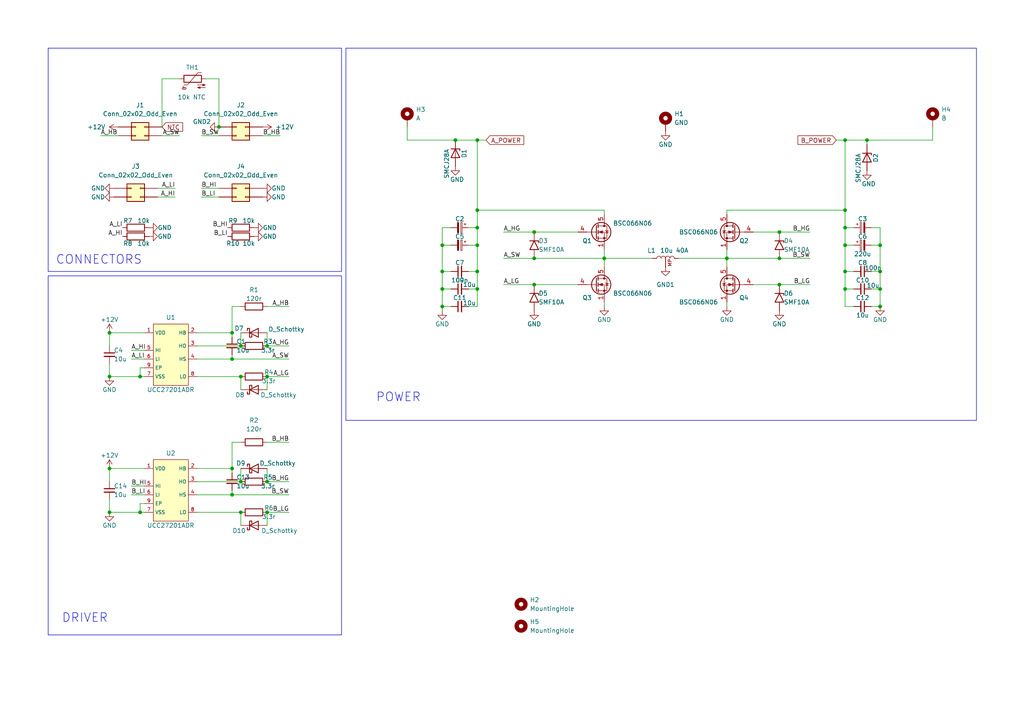
<source format=kicad_sch>
(kicad_sch (version 20231120) (generator "eeschema") (generator_version "8.0")
  (paper "A4")
  (lib_symbols
    (symbol "AEX7 Others:UCC27211"
      (property "Reference" "U" (at 1.27 3.81 0))
      (symbol "UCC27211_1_0"
        (rectangle (start -5.08 1.27) (end 5.08 -16.51) (fill (type background)))
        (pin power_in line (at -7.62 -1.27 0) (length 2.54) (name "VDD") (number "1"))
        (pin bidirectional line (at 7.62 -1.27 180) (length 2.54) (name "HB") (number "2"))
        (pin bidirectional line (at 7.62 -5.08 180) (length 2.54) (name "HO") (number "3"))
        (pin bidirectional line (at 7.62 -8.89 180) (length 2.54) (name "HS") (number "4"))
        (pin input line (at -7.62 -6.35 0) (length 2.54) (name "HI") (number "5"))
        (pin input line (at -7.62 -8.89 0) (length 2.54) (name "LI") (number "6"))
        (pin power_in line (at -7.62 -13.97 0) (length 2.54) (name "VSS") (number "7"))
        (pin bidirectional line (at 7.62 -13.97 180) (length 2.54) (name "LO") (number "8"))
      )
      (symbol "UCC27211_1_1"
        (pin input line (at -7.62 -11.43 0) (length 2.54) (name "EP") (number "9"))
      )
    )
    (symbol "Conn_02x02_Odd_Even_1" (pin_numbers hide) (pin_names (offset 1.016) hide)
      (property "Reference" "J" (at 1.27 2.54 0))
      (property "Value" "Conn_02x02_Odd_Even" (at 1.27 -5.08 0))
      (symbol "Conn_02x02_Odd_Even_1_1_1"
        (rectangle (start -1.27 -2.413) (end 0 -2.667) (stroke (width 0.1524)))
        (rectangle (start -1.27 0.127) (end 0 -0.127) (stroke (width 0.1524)))
        (rectangle (start -1.27 1.27) (end 3.81 -3.81) (stroke (width 0.254)) (fill (type background)))
        (rectangle (start 3.81 -2.413) (end 2.54 -2.667) (stroke (width 0.1524)))
        (rectangle (start 3.81 0.127) (end 2.54 -0.127) (stroke (width 0.1524)))
        (pin passive line (at -5.08 0 0) (length 3.81) (name "Pin_1") (number "1"))
        (pin passive line (at 7.62 0 180) (length 3.81) (name "Pin_2") (number "2"))
        (pin passive line (at -5.08 -2.54 0) (length 3.81) (name "Pin_3") (number "3"))
        (pin passive line (at 7.62 -2.54 180) (length 3.81) (name "Pin_4") (number "4"))
      )
    )
    (symbol "Device:C_Polarized_Small" (pin_numbers hide) (pin_names (offset 0.254) hide)
      (property "Reference" "C" (at 0.254 1.778 0))
      (property "Value" "C_Polarized_Small" (at 0.254 -2.032 0))
      (symbol "C_Polarized_Small_0_1"
        (rectangle (start -1.524 -0.3048) (end 1.524 -0.6858) (fill (type outline)))
        (rectangle (start -1.524 0.6858) (end 1.524 0.3048))
        (polyline (pts (xy -1.27 1.524) (xy -0.762 1.524)))
        (polyline (pts (xy -1.016 1.27) (xy -1.016 1.778)))
      )
      (symbol "C_Polarized_Small_1_1"
        (pin passive line (at 0 2.54 270) (length 1.8542) (name "~") (number "1"))
        (pin passive line (at 0 -2.54 90) (length 1.8542) (name "~") (number "2"))
      )
    )
    (symbol "Device:C_Small" (pin_numbers hide) (pin_names (offset 0.254) hide)
      (property "Reference" "C" (at 0.254 1.778 0))
      (property "Value" "C_Small" (at 0.254 -2.032 0))
      (symbol "C_Small_0_1"
        (polyline (pts (xy -1.524 -0.508) (xy 1.524 -0.508)) (stroke (width 0.3302)))
        (polyline (pts (xy -1.524 0.508) (xy 1.524 0.508)) (stroke (width 0.3048)))
      )
      (symbol "C_Small_1_1"
        (pin passive line (at 0 2.54 270) (length 2.032) (name "~") (number "1"))
        (pin passive line (at 0 -2.54 90) (length 2.032) (name "~") (number "2"))
      )
    )
    (symbol "Device:D_Schottky" (pin_numbers hide) (pin_names (offset 1.016) hide)
      (property "Reference" "D" (at 0 2.54 0))
      (property "Value" "D_Schottky" (at 0 -2.54 0))
      (symbol "D_Schottky_0_1"
        (polyline (pts (xy 1.27 0) (xy -1.27 0)))
        (polyline (pts (xy 1.27 1.27) (xy 1.27 -1.27) (xy -1.27 0) (xy 1.27 1.27)) (stroke (width 0.254)))
        (polyline (pts (xy -1.905 0.635) (xy -1.905 1.27) (xy -1.27 1.27) (xy -1.27 -1.27) (xy -0.635 -1.27) (xy -0.635 -0.635)) (stroke (width 0.254)))
      )
      (symbol "D_Schottky_1_1"
        (pin passive line (at -3.81 0 0) (length 2.54) (name "K") (number "1"))
        (pin passive line (at 3.81 0 180) (length 2.54) (name "A") (number "2"))
      )
    )
    (symbol "Device:D_Zener" (pin_numbers hide) (pin_names (offset 1.016) hide)
      (property "Reference" "D" (at 0 2.54 0))
      (property "Value" "D_Zener" (at 0 -2.54 0))
      (symbol "D_Zener_0_1"
        (polyline (pts (xy 1.27 0) (xy -1.27 0)))
        (polyline (pts (xy -1.27 -1.27) (xy -1.27 1.27) (xy -0.762 1.27)) (stroke (width 0.254)))
        (polyline (pts (xy 1.27 -1.27) (xy 1.27 1.27) (xy -1.27 0) (xy 1.27 -1.27)) (stroke (width 0.254)))
      )
      (symbol "D_Zener_1_1"
        (pin passive line (at -3.81 0 0) (length 2.54) (name "K") (number "1"))
        (pin passive line (at 3.81 0 180) (length 2.54) (name "A") (number "2"))
      )
    )
    (symbol "Device:L" (pin_numbers hide) (pin_names (offset 1.016) hide)
      (property "Reference" "L1" (at 2.54 2.54 90))
      (property "Value" "10u" (at 2.54 -2.54 90))
      (symbol "L_0_1"
        (arc (start 0 -2.54) (mid 0.6323 -1.905) (end 0 -1.27))
        (arc (start 0 -1.27) (mid 0.6323 -0.635) (end 0 0))
        (arc (start 0 0) (mid 0.6323 0.635) (end 0 1.27))
        (arc (start 0 1.27) (mid 0.6323 1.905) (end 0 2.54))
      )
      (symbol "L_1_1"
        (text "MP" (at -1.27 -1.27 0) (effects (font (size 1 1))))
        (pin passive line (at 0 3.81 270) (length 1.27) (name "1") (number "1"))
        (pin passive line (at 0 -3.81 90) (length 1.27) (name "2") (number "2"))
        (pin input line (at -2.54 0 0) (length 2.54) (name "MP") (number "3"))
      )
    )
    (symbol "Device:R" (pin_numbers hide) (pin_names (offset 0))
      (property "Reference" "R" (at 2.032 0 90))
      (property "Value" "R" (at 0 0 90))
      (symbol "R_0_1"
        (rectangle (start -1.016 -2.54) (end 1.016 2.54) (stroke (width 0.254)))
      )
      (symbol "R_1_1"
        (pin passive line (at 0 3.81 270) (length 1.27) (name "~") (number "1"))
        (pin passive line (at 0 -3.81 90) (length 1.27) (name "~") (number "2"))
      )
    )
    (symbol "Device:Thermistor_NTC" (pin_numbers hide) (pin_names (offset 0))
      (property "Reference" "TH" (at -4.445 0 90))
      (property "Value" "Thermistor_NTC" (at 3.175 0 90))
      (symbol "Thermistor_NTC_0_1"
        (arc (start -3.048 2.159) (mid -3.0495 2.3143) (end -3.175 2.413))
        (arc (start -3.048 2.159) (mid -2.9736 1.9794) (end -2.794 1.905))
        (arc (start -3.048 2.794) (mid -2.9736 2.6144) (end -2.794 2.54))
        (arc (start -2.794 1.905) (mid -2.6144 1.9794) (end -2.54 2.159))
        (arc (start -2.794 2.54) (mid -2.4393 2.5587) (end -2.159 2.794))
        (arc (start -2.794 3.048) (mid -2.9736 2.9736) (end -3.048 2.794))
        (arc (start -2.54 2.794) (mid -2.6144 2.9736) (end -2.794 3.048))
        (rectangle (start -1.016 2.54) (end 1.016 -2.54) (stroke (width 0.254)))
        (polyline (pts (xy -2.54 2.159) (xy -2.54 2.794)))
        (polyline (pts (xy -1.778 2.54) (xy -1.778 1.524) (xy 1.778 -1.524) (xy 1.778 -2.54)))
        (polyline (pts (xy -2.54 -3.683) (xy -2.54 -1.397) (xy -2.794 -2.159) (xy -2.286 -2.159) (xy -2.54 -1.397) (xy -2.54 -1.651)) (fill (type outline)))
        (polyline (pts (xy -1.778 -1.397) (xy -1.778 -3.683) (xy -2.032 -2.921) (xy -1.524 -2.921) (xy -1.778 -3.683) (xy -1.778 -3.429)) (fill (type outline)))
      )
      (symbol "Thermistor_NTC_1_1"
        (pin passive line (at 0 3.81 270) (length 1.27) (name "~") (number "1"))
        (pin passive line (at 0 -3.81 90) (length 1.27) (name "~") (number "2"))
      )
    )
    (symbol "Diode:SMF12A" (pin_numbers hide) (pin_names (offset 1.016) hide)
      (property "Reference" "D" (at 0 2.54 0))
      (property "Value" "SMF12A" (at 0 -2.54 0))
      (symbol "SMF12A_0_1"
        (polyline (pts (xy -0.762 1.27) (xy -1.27 1.27) (xy -1.27 -1.27)) (stroke (width 0.254)))
        (polyline (pts (xy 1.27 1.27) (xy 1.27 -1.27) (xy -1.27 0) (xy 1.27 1.27)) (stroke (width 0.254)))
      )
      (symbol "SMF12A_1_1"
        (pin passive line (at -3.81 0 0) (length 2.54) (name "A1") (number "1"))
        (pin passive line (at 3.81 0 180) (length 2.54) (name "A2") (number "2"))
      )
    )
    (symbol "Mechanical:MountingHole" (pin_names (offset 1.016)) (exclude_from_sim yes) (in_bom no)
      (property "Reference" "H" (at 0 5.08 0))
      (property "Value" "MountingHole" (at 0 3.175 0))
      (symbol "MountingHole_0_1"
        (circle (center 0 0) (radius 1.27) (stroke (width 1.27)))
      )
    )
    (symbol "Mechanical:MountingHole_Pad" (pin_numbers hide) (pin_names (offset 1.016) hide)
      (property "Reference" "H" (at 0 6.35 0))
      (property "Value" "MountingHole_Pad" (at 0 4.445 0))
      (symbol "MountingHole_Pad_0_1"
        (circle (center 0 1.27) (radius 1.27) (stroke (width 1.27)))
      )
      (symbol "MountingHole_Pad_1_1"
        (pin input line (at 0 -2.54 90) (length 2.54) (name "1") (number "1"))
      )
    )
    (symbol "Transistor_FET:BSC070N10NS3G" (pin_names hide)
      (property "Reference" "Q" (at 5.08 1.905 0))
      (property "Value" "BSC070N10NS3G" (at 5.08 0 0))
      (symbol "BSC070N10NS3G_0_1"
        (polyline (pts (xy 0.254 0) (xy -2.54 0)))
        (polyline (pts (xy 0.254 1.905) (xy 0.254 -1.905)) (stroke (width 0.254)))
        (polyline (pts (xy 0.762 -1.27) (xy 0.762 -2.286)) (stroke (width 0.254)))
        (polyline (pts (xy 0.762 0.508) (xy 0.762 -0.508)) (stroke (width 0.254)))
        (polyline (pts (xy 0.762 2.286) (xy 0.762 1.27)) (stroke (width 0.254)))
        (polyline (pts (xy 2.54 2.54) (xy 2.54 1.778)))
        (polyline (pts (xy 2.54 -2.54) (xy 2.54 0) (xy 0.762 0)))
        (polyline (pts (xy 0.762 -1.778) (xy 3.302 -1.778) (xy 3.302 1.778) (xy 0.762 1.778)))
        (polyline (pts (xy 1.016 0) (xy 2.032 0.381) (xy 2.032 -0.381) (xy 1.016 0)) (fill (type outline)))
        (polyline (pts (xy 2.794 0.508) (xy 2.921 0.381) (xy 3.683 0.381) (xy 3.81 0.254)))
        (polyline (pts (xy 3.302 0.381) (xy 2.921 -0.254) (xy 3.683 -0.254) (xy 3.302 0.381)))
        (circle (center 1.651 0) (radius 2.794) (stroke (width 0.254)))
        (circle (center 2.54 -1.778) (radius 0.254) (fill (type outline)))
        (circle (center 2.54 1.778) (radius 0.254) (fill (type outline)))
      )
      (symbol "BSC070N10NS3G_1_1"
        (pin passive line (at 2.54 -5.08 90) (length 2.54) (name "S") (number "1"))
        (pin passive line (at 2.54 -5.08 90) (length 2.54) hide (name "S") (number "2"))
        (pin passive line (at 2.54 -5.08 90) (length 2.54) hide (name "S") (number "3"))
        (pin passive line (at -5.08 0 0) (length 2.54) (name "G") (number "4"))
        (pin passive line (at 2.54 5.08 270) (length 2.54) (name "D") (number "5"))
      )
    )
    (symbol "UCC27211_1"
      (property "Reference" "U" (at 1.27 3.81 0))
      (symbol "UCC27211_1_1_0"
        (rectangle (start -5.08 1.27) (end 5.08 -16.51) (fill (type background)))
        (pin power_in line (at -7.62 -1.27 0) (length 2.54) (name "VDD") (number "1"))
        (pin bidirectional line (at 7.62 -1.27 180) (length 2.54) (name "HB") (number "2"))
        (pin bidirectional line (at 7.62 -5.08 180) (length 2.54) (name "HO") (number "3"))
        (pin bidirectional line (at 7.62 -8.89 180) (length 2.54) (name "HS") (number "4"))
        (pin input line (at -7.62 -6.35 0) (length 2.54) (name "HI") (number "5"))
        (pin input line (at -7.62 -8.89 0) (length 2.54) (name "LI") (number "6"))
        (pin power_in line (at -7.62 -13.97 0) (length 2.54) (name "VSS") (number "7"))
        (pin bidirectional line (at 7.62 -13.97 180) (length 2.54) (name "LO") (number "8"))
      )
      (symbol "UCC27211_1_1_1"
        (pin input line (at -7.62 -11.43 0) (length 2.54) (name "EP") (number "9"))
      )
    )
    (symbol "power:+12V" (power) (pin_names (offset 0))
      (property "Value" "+12V" (at 0 3.556 0))
      (symbol "+12V_0_1"
        (polyline (pts (xy -0.762 1.27) (xy 0 2.54)))
        (polyline (pts (xy 0 0) (xy 0 2.54)))
        (polyline (pts (xy 0 2.54) (xy 0.762 1.27)))
      )
      (symbol "+12V_1_1"
        (pin power_in line (at 0 0 90) (length 0) hide (name "+12V") (number "1"))
      )
    )
    (symbol "power:GND" (power) (pin_names (offset 0))
      (property "Value" "GND" (at 0 -3.81 0))
      (symbol "GND_0_1"
        (polyline (pts (xy 0 0) (xy 0 -1.27) (xy 1.27 -1.27) (xy 0 -2.54) (xy -1.27 -1.27) (xy 0 -1.27)))
      )
      (symbol "GND_1_1"
        (pin power_in line (at 0 0 270) (length 0) hide (name "GND") (number "1"))
      )
    )
    (symbol "power:GND1" (power) (pin_numbers hide) (pin_names (offset 0) hide)
      (property "Value" "GND1" (at 0 -3.81 0))
      (symbol "GND1_0_1"
        (polyline (pts (xy 0 0) (xy 0 -1.27) (xy 1.27 -1.27) (xy 0 -2.54) (xy -1.27 -1.27) (xy 0 -1.27)))
      )
      (symbol "GND1_1_1"
        (pin power_in line (at 0 0 270) (length 0) (name "~") (number "1"))
      )
    )
  )
  (junction (at 226.06 82.55))
  (junction (at 128.27 83.82))
  (junction (at 255.27 83.82))
  (junction (at 69.85 139.7))
  (junction (at 245.11 83.82))
  (junction (at 154.94 67.31))
  (junction (at 138.43 40.64))
  (junction (at 138.43 66.04))
  (junction (at 210.82 74.93))
  (junction (at 69.85 100.33))
  (junction (at 154.94 74.93))
  (junction (at 77.47 148.59))
  (junction (at 255.27 71.12))
  (junction (at 67.31 96.52))
  (junction (at 245.11 78.74))
  (junction (at 175.26 74.93))
  (junction (at 67.31 104.14))
  (junction (at 128.27 71.12))
  (junction (at 128.27 78.74))
  (junction (at 31.75 148.59))
  (junction (at 138.43 60.96))
  (junction (at 138.43 71.12))
  (junction (at 69.85 148.59))
  (junction (at 245.11 66.04))
  (junction (at 245.11 60.96))
  (junction (at 40.64 109.22))
  (junction (at 67.31 143.51))
  (junction (at 77.47 100.33))
  (junction (at 128.27 88.9))
  (junction (at 31.75 109.22))
  (junction (at 245.11 40.64))
  (junction (at 132.08 40.64))
  (junction (at 69.85 109.22))
  (junction (at 154.94 82.55))
  (junction (at 251.46 40.64))
  (junction (at 138.43 83.82))
  (junction (at 245.11 71.12))
  (junction (at 67.31 135.89))
  (junction (at 138.43 78.74))
  (junction (at 77.47 139.7))
  (junction (at 77.47 109.22))
  (junction (at 63.5 36.83))
  (junction (at 226.06 74.93))
  (junction (at 31.75 135.89))
  (junction (at 255.27 78.74))
  (junction (at 226.06 67.31))
  (junction (at 40.64 148.59))
  (junction (at 255.27 88.9))
  (junction (at 31.75 96.52))
  (wire (pts (xy 77.47 88.9) (xy 83.82 88.9)))
  (wire (pts (xy 38.1 143.51) (xy 41.91 143.51)))
  (wire (pts (xy 138.43 71.12) (xy 138.43 78.74)))
  (wire (pts (xy 38.1 140.97) (xy 41.91 140.97)))
  (wire (pts (xy 67.31 143.51) (xy 67.31 142.24)))
  (wire (pts (xy 118.11 40.64) (xy 132.08 40.64)))
  (wire (pts (xy 77.47 148.59) (xy 77.47 152.4)))
  (wire (pts (xy 57.15 135.89) (xy 67.31 135.89)))
  (wire (pts (xy 67.31 96.52) (xy 67.31 97.79)))
  (wire (pts (xy 77.47 100.33) (xy 83.82 100.33)))
  (wire (pts (xy 146.05 67.31) (xy 154.94 67.31)))
  (wire (pts (xy 175.26 88.9) (xy 175.26 87.63)))
  (wire (pts (xy 67.31 88.9) (xy 69.85 88.9)))
  (wire (pts (xy 69.85 135.89) (xy 69.85 139.7)))
  (wire (pts (xy 41.91 109.22) (xy 40.64 109.22)))
  (wire (pts (xy 210.82 72.39) (xy 210.82 74.93)))
  (wire (pts (xy 29.21 39.37) (xy 34.29 39.37)))
  (wire (pts (xy 67.31 88.9) (xy 67.31 96.52)))
  (wire (pts (xy 128.27 88.9) (xy 130.81 88.9)))
  (wire (pts (xy 255.27 71.12) (xy 255.27 78.74)))
  (wire (pts (xy 67.31 104.14) (xy 83.82 104.14)))
  (wire (pts (xy 77.47 139.7) (xy 83.82 139.7)))
  (wire (pts (xy 245.11 88.9) (xy 247.65 88.9)))
  (wire (pts (xy 210.82 60.96) (xy 210.82 62.23)))
  (wire (pts (xy 67.31 104.14) (xy 67.31 102.87)))
  (wire (pts (xy 67.31 143.51) (xy 83.82 143.51)))
  (wire (pts (xy 38.1 101.6) (xy 41.91 101.6)))
  (wire (pts (xy 57.15 109.22) (xy 69.85 109.22)))
  (wire (pts (xy 57.15 139.7) (xy 69.85 139.7)))
  (wire (pts (xy 154.94 67.31) (xy 167.64 67.31)))
  (wire (pts (xy 118.11 36.83) (xy 118.11 40.64)))
  (wire (pts (xy 31.75 135.89) (xy 41.91 135.89)))
  (wire (pts (xy 245.11 71.12) (xy 245.11 78.74)))
  (wire (pts (xy 251.46 41.91) (xy 251.46 40.64)))
  (wire (pts (xy 270.51 36.83) (xy 270.51 40.64)))
  (wire (pts (xy 138.43 40.64) (xy 138.43 60.96)))
  (wire (pts (xy 67.31 128.27) (xy 67.31 135.89)))
  (wire (pts (xy 67.31 135.89) (xy 67.31 137.16)))
  (wire (pts (xy 245.11 83.82) (xy 245.11 88.9)))
  (wire (pts (xy 154.94 82.55) (xy 167.64 82.55)))
  (wire (pts (xy 245.11 40.64) (xy 251.46 40.64)))
  (wire (pts (xy 59.69 22.86) (xy 63.5 22.86)))
  (wire (pts (xy 138.43 66.04) (xy 135.89 66.04)))
  (wire (pts (xy 245.11 83.82) (xy 245.11 78.74)))
  (wire (pts (xy 175.26 72.39) (xy 175.26 74.93)))
  (wire (pts (xy 77.47 109.22) (xy 83.82 109.22)))
  (wire (pts (xy 245.11 40.64) (xy 245.11 60.96)))
  (wire (pts (xy 67.31 128.27) (xy 69.85 128.27)))
  (wire (pts (xy 40.64 109.22) (xy 31.75 109.22)))
  (wire (pts (xy 128.27 78.74) (xy 128.27 83.82)))
  (wire (pts (xy 77.47 96.52) (xy 77.47 100.33)))
  (wire (pts (xy 52.07 39.37) (xy 46.99 39.37)))
  (wire (pts (xy 175.26 60.96) (xy 175.26 62.23)))
  (wire (pts (xy 31.75 96.52) (xy 41.91 96.52)))
  (wire (pts (xy 210.82 74.93) (xy 226.06 74.93)))
  (wire (pts (xy 255.27 83.82) (xy 255.27 88.9)))
  (wire (pts (xy 255.27 78.74) (xy 252.73 78.74)))
  (wire (pts (xy 255.27 83.82) (xy 252.73 83.82)))
  (wire (pts (xy 40.64 106.68) (xy 40.64 109.22)))
  (wire (pts (xy 138.43 83.82) (xy 135.89 83.82)))
  (wire (pts (xy 31.75 96.52) (xy 31.75 100.33)))
  (wire (pts (xy 58.42 54.61) (xy 63.5 54.61)))
  (wire (pts (xy 226.06 67.31) (xy 234.95 67.31)))
  (wire (pts (xy 138.43 83.82) (xy 138.43 88.9)))
  (wire (pts (xy 128.27 78.74) (xy 130.81 78.74)))
  (wire (pts (xy 46.99 22.86) (xy 52.07 22.86)))
  (wire (pts (xy 245.11 71.12) (xy 247.65 71.12)))
  (wire (pts (xy 31.75 148.59) (xy 31.75 144.78)))
  (wire (pts (xy 138.43 60.96) (xy 175.26 60.96)))
  (wire (pts (xy 31.75 109.22) (xy 31.75 105.41)))
  (wire (pts (xy 41.91 148.59) (xy 40.64 148.59)))
  (wire (pts (xy 242.57 40.64) (xy 245.11 40.64)))
  (wire (pts (xy 41.91 106.68) (xy 40.64 106.68)))
  (wire (pts (xy 245.11 60.96) (xy 245.11 66.04)))
  (wire (pts (xy 128.27 90.17) (xy 128.27 88.9)))
  (wire (pts (xy 128.27 83.82) (xy 130.81 83.82)))
  (wire (pts (xy 128.27 71.12) (xy 128.27 66.04)))
  (wire (pts (xy 81.28 39.37) (xy 76.2 39.37)))
  (wire (pts (xy 226.06 74.93) (xy 234.95 74.93)))
  (wire (pts (xy 31.75 135.89) (xy 31.75 139.7)))
  (wire (pts (xy 154.94 74.93) (xy 175.26 74.93)))
  (wire (pts (xy 69.85 109.22) (xy 69.85 113.03)))
  (wire (pts (xy 146.05 82.55) (xy 154.94 82.55)))
  (wire (pts (xy 245.11 78.74) (xy 247.65 78.74)))
  (wire (pts (xy 138.43 71.12) (xy 138.43 66.04)))
  (wire (pts (xy 58.42 39.37) (xy 63.5 39.37)))
  (wire (pts (xy 218.44 82.55) (xy 226.06 82.55)))
  (wire (pts (xy 210.82 74.93) (xy 210.82 77.47)))
  (wire (pts (xy 128.27 71.12) (xy 130.81 71.12)))
  (wire (pts (xy 77.47 135.89) (xy 77.47 139.7)))
  (wire (pts (xy 40.64 146.05) (xy 40.64 148.59)))
  (wire (pts (xy 218.44 67.31) (xy 226.06 67.31)))
  (wire (pts (xy 50.8 57.15) (xy 45.72 57.15)))
  (wire (pts (xy 77.47 128.27) (xy 83.82 128.27)))
  (wire (pts (xy 138.43 78.74) (xy 135.89 78.74)))
  (wire (pts (xy 57.15 100.33) (xy 69.85 100.33)))
  (wire (pts (xy 245.11 71.12) (xy 245.11 66.04)))
  (wire (pts (xy 57.15 148.59) (xy 69.85 148.59)))
  (wire (pts (xy 138.43 40.64) (xy 140.97 40.64)))
  (wire (pts (xy 63.5 22.86) (xy 63.5 36.83)))
  (wire (pts (xy 57.15 96.52) (xy 67.31 96.52)))
  (wire (pts (xy 175.26 74.93) (xy 175.26 77.47)))
  (wire (pts (xy 210.82 60.96) (xy 245.11 60.96)))
  (wire (pts (xy 255.27 66.04) (xy 252.73 66.04)))
  (wire (pts (xy 175.26 74.93) (xy 189.23 74.93)))
  (wire (pts (xy 46.99 22.86) (xy 46.99 36.83)))
  (wire (pts (xy 196.85 74.93) (xy 210.82 74.93)))
  (wire (pts (xy 138.43 66.04) (xy 138.43 60.96)))
  (wire (pts (xy 245.11 66.04) (xy 247.65 66.04)))
  (wire (pts (xy 226.06 82.55) (xy 234.95 82.55)))
  (wire (pts (xy 57.15 143.51) (xy 67.31 143.51)))
  (wire (pts (xy 57.15 104.14) (xy 67.31 104.14)))
  (wire (pts (xy 128.27 71.12) (xy 128.27 78.74)))
  (wire (pts (xy 41.91 146.05) (xy 40.64 146.05)))
  (wire (pts (xy 138.43 78.74) (xy 138.43 83.82)))
  (wire (pts (xy 45.72 54.61) (xy 50.8 54.61)))
  (wire (pts (xy 128.27 83.82) (xy 128.27 88.9)))
  (wire (pts (xy 255.27 78.74) (xy 255.27 83.82)))
  (wire (pts (xy 138.43 88.9) (xy 135.89 88.9)))
  (wire (pts (xy 77.47 148.59) (xy 83.82 148.59)))
  (wire (pts (xy 251.46 40.64) (xy 270.51 40.64)))
  (wire (pts (xy 138.43 71.12) (xy 135.89 71.12)))
  (wire (pts (xy 69.85 96.52) (xy 69.85 100.33)))
  (wire (pts (xy 58.42 57.15) (xy 63.5 57.15)))
  (wire (pts (xy 252.73 88.9) (xy 255.27 88.9)))
  (wire (pts (xy 132.08 40.64) (xy 138.43 40.64)))
  (wire (pts (xy 77.47 113.03) (xy 77.47 109.22)))
  (wire (pts (xy 69.85 152.4) (xy 69.85 148.59)))
  (wire (pts (xy 245.11 83.82) (xy 247.65 83.82)))
  (wire (pts (xy 210.82 88.9) (xy 210.82 87.63)))
  (wire (pts (xy 255.27 71.12) (xy 255.27 66.04)))
  (wire (pts (xy 38.1 104.14) (xy 41.91 104.14)))
  (wire (pts (xy 128.27 66.04) (xy 130.81 66.04)))
  (wire (pts (xy 146.05 74.93) (xy 154.94 74.93)))
  (wire (pts (xy 40.64 148.59) (xy 31.75 148.59)))
  (wire (pts (xy 255.27 71.12) (xy 252.73 71.12)))
  (rectangle (start 100.33 13.97) (end 283.21 121.92))
  (rectangle (start 13.97 80.01) (end 99.06 184.15))
  (rectangle (start 13.97 13.97) (end 99.06 78.74))
  (text "POWER" (at 115.57 115.316 0) (effects (font (size 2.54 2.54))))
  (text "DRIVER" (at 24.638 179.324 0) (effects (font (size 2.54 2.54))))
  (text "CONNECTORS" (at 28.702 75.438 0) (effects (font (size 2.54 2.54))))
  (label "A_HI" (at 38.1 101.6 0))
  (label "B_HI" (at 58.42 54.61 0))
  (label "A_HG" (at 83.82 100.33 180))
  (label "A_SW" (at 52.07 39.37 180))
  (label "A_LG" (at 146.05 82.55 0))
  (label "A_HI" (at 35.56 68.58 180))
  (label "B_HI" (at 66.04 66.04 180))
  (label "B_HB" (at 81.28 39.37 180))
  (label "B_SW" (at 234.95 74.93 180))
  (label "B_HG" (at 83.82 139.7 180))
  (label "B_HG" (at 234.95 67.31 180))
  (label "A_LG" (at 83.82 109.22 180))
  (label "B_LI" (at 66.04 68.58 180))
  (label "A_LI" (at 35.56 66.04 180))
  (label "B_LG" (at 234.95 82.55 180))
  (label "A_HB" (at 83.82 88.9 180))
  (label "A_LI" (at 38.1 104.14 0))
  (label "A_SW" (at 83.82 104.14 180))
  (label "B_LI" (at 38.1 143.51 0))
  (label "A_LI" (at 50.8 54.61 180))
  (label "B_LI" (at 58.42 57.15 0))
  (label "A_HG" (at 146.05 67.31 0))
  (label "B_SW" (at 83.82 143.51 180))
  (label "A_HI" (at 50.8 57.15 180))
  (label "A_HB" (at 29.21 39.37 0))
  (label "B_SW" (at 58.42 39.37 0))
  (label "B_HI" (at 38.1 140.97 0))
  (label "B_HB" (at 83.82 128.27 180))
  (label "A_SW" (at 146.05 74.93 0))
  (label "B_LG" (at 83.82 148.59 180))
  (global_label "NTC" (shape input) (at 46.99 36.83 0) (property "Intersheetrefs" "${INTERSHEET_REFS}" (effects (hide yes))))
  (global_label "B_POWER" (shape input) (at 242.57 40.64 180) (property "Intersheetrefs" "${INTERSHEET_REFS}" (effects (hide yes))))
  (global_label "A_POWER" (shape input) (at 140.97 40.64 0) (property "Intersheetrefs" "${INTERSHEET_REFS}" (effects (hide yes))))
  (symbol (lib_id "power:GND") (at 226.06 90.17 0) (unit 1)
    (property "Reference" "#PWR019" (effects (hide yes)))
    (property "Value" "GND" (at 226.06 93.98 0))
  )
  (symbol (lib_id "power:GND") (at 128.27 90.17 0) (unit 1)
    (property "Reference" "#PWR017" (effects (hide yes)))
    (property "Value" "GND" (at 128.27 93.98 0))
  )
  (symbol (lib_id "Device:R") (at 73.66 88.9 90) (unit 1)
    (property "Reference" "R1" (at 73.66 84.074 90))
    (property "Value" "120r" (at 73.66 86.614 90))
    (property "Footprint" "Resistor_SMD:R_1206_3216Metric" (effects (hide yes)))
    (property "Description" "Resistor" (effects (hide yes)))
  )
  (symbol (lib_name "Conn_02x02_Odd_Even_1") (lib_id "Connector_Generic:Conn_02x02_Odd_Even") (at 68.58 36.83 0) (unit 1)
    (property "Reference" "J2" (at 69.85 30.48 0))
    (property "Value" "Conn_02x02_Odd_Even" (at 69.85 33.02 0))
    (property "Footprint" "Connector_PinHeader_2.54mm:PinHeader_2x02_P2.54mm_Vertical_SMD" (effects (hide yes)))
  )
  (symbol (lib_id "power:GND") (at 193.04 38.1 0) (unit 1)
    (property "Reference" "#PWR03" (effects (hide yes)))
    (property "Value" "GND" (at 193.04 41.91 0))
  )
  (symbol (lib_id "power:GND") (at 43.18 68.58 90) (unit 1)
    (property "Reference" "#PWR025" (effects (hide yes)))
    (property "Value" "GND" (at 45.72 68.58 90) (effects (justify right)))
  )
  (symbol (lib_id "Device:D_Zener") (at 132.08 44.45 270) (unit 1)
    (property "Reference" "D1" (at 134.62 43.18 0) (effects (justify left)))
    (property "Value" "SMCJ28A" (at 129.54 43.18 0) (effects (justify left)))
    (property "Footprint" "Diode_SMD:D_SMC" (effects (hide yes)))
    (property "Description" "Zener diode" (effects (hide yes)))
  )
  (symbol (lib_id "Device:R") (at 69.85 66.04 90) (unit 1)
    (property "Reference" "R9" (at 67.564 64.008 90))
    (property "Value" "10k" (at 72.136 64.008 90))
    (property "Footprint" "Resistor_SMD:R_0603_1608Metric" (effects (hide yes)))
    (property "Description" "Resistor" (effects (hide yes)))
  )
  (symbol (lib_id "power:GND") (at 154.94 90.17 0) (unit 1)
    (property "Reference" "#PWR018" (effects (hide yes)))
    (property "Value" "GND" (at 154.94 93.98 0))
  )
  (symbol (lib_id "power:GND") (at 251.46 49.53 0) (unit 1)
    (property "Reference" "#PWR08" (effects (hide yes)))
    (property "Value" "GND" (at 254 53.34 0) (effects (justify right)))
  )
  (symbol (lib_id "Mechanical:MountingHole") (at 151.13 175.26 0) (unit 1) (exclude_from_sim yes) (in_bom no)
    (property "Reference" "H2" (at 153.67 173.9899 0) (effects (justify left)))
    (property "Value" "MountingHole" (at 153.67 176.5299 0) (effects (justify left)))
    (property "Footprint" "MountingHole:MountingHole_3.2mm_M3" (effects (hide yes)))
    (property "Description" "Mounting Hole without connection" (effects (hide yes)))
  )
  (symbol (lib_id "Device:R") (at 73.66 148.59 90) (unit 1)
    (property "Reference" "R6" (at 77.978 147.32 90))
    (property "Value" "3.3r" (at 77.978 149.86 90))
    (property "Footprint" "Resistor_SMD:R_0603_1608Metric" (effects (hide yes)))
    (property "Description" "Resistor" (effects (hide yes)))
  )
  (symbol (lib_id "power:+12V") (at 34.29 36.83 90) (unit 1)
    (property "Reference" "#PWR01" (effects (hide yes)))
    (property "Value" "+12V" (at 27.94 36.83 90))
  )
  (symbol (lib_id "Diode:SMF12A") (at 154.94 86.36 270) (unit 1)
    (property "Reference" "D5" (at 156.21 85.09 90) (effects (justify left)))
    (property "Value" "SMF10A" (at 156.21 87.63 90) (effects (justify left)))
    (property "Footprint" "Diode_SMD:D_SOD-123F" (effects (hide yes)))
    (property "Datasheet" "https://www.vishay.com/doc?85881" (effects (hide yes)))
  )
  (symbol (lib_name "Conn_02x02_Odd_Even_1") (lib_id "Connector_Generic:Conn_02x02_Odd_Even") (at 38.1 54.61 0) (unit 1)
    (property "Reference" "J3" (at 39.37 48.26 0))
    (property "Value" "Conn_02x02_Odd_Even" (at 39.37 50.8 0))
    (property "Footprint" "Connector_PinHeader_2.54mm:PinHeader_2x02_P2.54mm_Vertical_SMD" (effects (hide yes)))
  )
  (symbol (lib_id "Device:C_Small") (at 31.75 142.24 0) (unit 1)
    (property "Reference" "C14" (at 33.02 140.97 0) (effects (justify left)))
    (property "Value" "10u" (at 33.02 143.51 0) (effects (justify left)))
    (property "Footprint" "Capacitor_SMD:C_1206_3216Metric" (effects (hide yes)))
  )
  (symbol (lib_id "Device:C_Polarized_Small") (at 133.35 66.04 270) (unit 1)
    (property "Reference" "C2" (at 133.35 63.5 90))
    (property "Value" "220u" (effects (hide yes)))
    (property "Footprint" "Capacitor_SMD:CP_Elec_8x10" (effects (hide yes)))
  )
  (symbol (lib_id "Device:R") (at 73.66 100.33 90) (unit 1)
    (property "Reference" "R3" (at 77.724 99.06 90))
    (property "Value" "3.3r" (at 77.724 101.6 90))
    (property "Footprint" "Resistor_SMD:R_0603_1608Metric" (effects (hide yes)))
    (property "Description" "Resistor" (effects (hide yes)))
  )
  (symbol (lib_id "Transistor_FET:BSC070N10NS3G") (at 213.36 67.31 0) (mirror y) (unit 1)
    (property "Reference" "Q2" (at 217.17 69.85 0) (effects (justify left)))
    (property "Value" "BSC066N06" (at 208.28 67.31 0) (effects (justify left)))
    (property "Footprint" "0_RM2024_HandSolder:TDSON-8-1_HandSolder" (effects (hide yes)))
    (property "Datasheet" "http://www.infineon.com/dgdl/Infineon-BSC070N10NS3-DS-v02_01-en.pdf?fileId=db3a304327b89750012824712c6c6f2f" (effects (hide yes)))
  )
  (symbol (lib_name "Conn_02x02_Odd_Even_1") (lib_id "Connector_Generic:Conn_02x02_Odd_Even") (at 68.58 54.61 0) (unit 1)
    (property "Reference" "J4" (at 69.85 48.26 0))
    (property "Value" "Conn_02x02_Odd_Even" (at 69.85 50.8 0))
    (property "Footprint" "Connector_PinHeader_2.54mm:PinHeader_2x02_P2.54mm_Vertical_SMD" (effects (hide yes)))
  )
  (symbol (lib_id "Device:C_Small") (at 67.31 100.33 0) (unit 1)
    (property "Reference" "C1" (at 68.58 99.06 0) (effects (justify left)))
    (property "Value" "10u" (at 68.58 101.6 0) (effects (justify left)))
    (property "Footprint" "Capacitor_SMD:C_0603_1608Metric" (effects (hide yes)))
  )
  (symbol (lib_id "Device:C_Small") (at 133.35 78.74 90) (unit 1)
    (property "Reference" "C7" (at 133.35 76.2 90))
    (property "Value" "100n" (at 133.35 81.28 90))
    (property "Footprint" "Capacitor_SMD:C_0603_1608Metric" (effects (hide yes)))
  )
  (symbol (lib_id "Device:L") (at 193.04 74.93 90) (unit 1)
    (property "Reference" "L1" (at 188.976 72.644 90))
    (property "Value" "10u 40A" (at 195.58 72.644 90))
    (property "Footprint" "0_RM2024:PQ2617BHA" (effects (hide yes)))
  )
  (symbol (lib_id "Device:C_Small") (at 250.19 88.9 270) (mirror x) (unit 1)
    (property "Reference" "C12" (at 250.19 86.36 90))
    (property "Value" "10u" (at 250.19 91.44 90))
    (property "Footprint" "Capacitor_SMD:C_1206_3216Metric" (effects (hide yes)))
  )
  (symbol (lib_id "power:+12V") (at 76.2 36.83 270) (mirror x) (unit 1)
    (property "Reference" "#PWR05" (effects (hide yes)))
    (property "Value" "+12V" (at 82.55 36.83 90))
  )
  (symbol (lib_id "Device:C_Small") (at 31.75 102.87 0) (unit 1)
    (property "Reference" "C4" (at 33.02 101.6 0) (effects (justify left)))
    (property "Value" "10u" (at 33.02 104.14 0) (effects (justify left)))
    (property "Footprint" "Capacitor_SMD:C_1206_3216Metric" (effects (hide yes)))
  )
  (symbol (lib_id "Device:D_Schottky") (at 73.66 96.52 0) (unit 1) (in_bom no) (on_board no)
    (property "Reference" "D7" (at 69.342 95.25 0))
    (property "Value" "D_Schottky" (at 83.058 95.504 0))
    (property "Footprint" "Diode_SMD:D_SOD-123F" (effects (hide yes)))
    (property "Description" "Schottky diode" (effects (hide yes)))
  )
  (symbol (lib_id "Diode:SMF12A") (at 154.94 71.12 270) (unit 1)
    (property "Reference" "D3" (at 156.21 69.85 90) (effects (justify left)))
    (property "Value" "SMF10A" (at 156.21 72.39 90) (effects (justify left)))
    (property "Footprint" "Diode_SMD:D_SOD-123F" (effects (hide yes)))
    (property "Datasheet" "https://www.vishay.com/doc?85881" (effects (hide yes)))
  )
  (symbol (lib_id "Diode:SMF12A") (at 226.06 71.12 270) (unit 1)
    (property "Reference" "D4" (at 227.33 69.85 90) (effects (justify left)))
    (property "Value" "SMF10A" (at 227.33 72.39 90) (effects (justify left)))
    (property "Footprint" "Diode_SMD:D_SOD-123F" (effects (hide yes)))
    (property "Datasheet" "https://www.vishay.com/doc?85881" (effects (hide yes)))
  )
  (symbol (lib_id "power:+12V") (at 31.75 96.52 0) (unit 1)
    (property "Reference" "#PWR09" (effects (hide yes)))
    (property "Value" "+12V" (at 31.75 92.71 0))
  )
  (symbol (lib_id "power:GND") (at 210.82 88.9 0) (unit 1)
    (property "Reference" "#PWR015" (effects (hide yes)))
    (property "Value" "GND" (at 210.82 92.71 0))
  )
  (symbol (lib_id "Device:C_Small") (at 133.35 88.9 90) (unit 1)
    (property "Reference" "C11" (at 133.35 86.36 90))
    (property "Value" "10u" (at 136.144 87.884 90))
    (property "Footprint" "Capacitor_SMD:C_1206_3216Metric" (effects (hide yes)))
  )
  (symbol (lib_id "Device:C_Small") (at 67.31 139.7 0) (unit 1)
    (property "Reference" "C13" (at 68.58 138.43 0) (effects (justify left)))
    (property "Value" "10u" (at 68.58 140.97 0) (effects (justify left)))
    (property "Footprint" "Capacitor_SMD:C_0603_1608Metric" (effects (hide yes)))
  )
  (symbol (lib_id "Device:C_Small") (at 250.19 78.74 270) (mirror x) (unit 1)
    (property "Reference" "C8" (at 250.19 76.2 90))
    (property "Value" "100n" (at 253.238 77.724 90))
    (property "Footprint" "Capacitor_SMD:C_0603_1608Metric" (effects (hide yes)))
  )
  (symbol (lib_id "Transistor_FET:BSC070N10NS3G") (at 172.72 82.55 0) (unit 1)
    (property "Reference" "Q3" (at 168.91 86.36 0) (effects (justify left)))
    (property "Value" "BSC066N06" (at 177.8 85.09 0) (effects (justify left)))
    (property "Footprint" "0_RM2024_HandSolder:TDSON-8-1_HandSolder" (effects (hide yes)))
    (property "Datasheet" "http://www.infineon.com/dgdl/Infineon-BSC070N10NS3-DS-v02_01-en.pdf?fileId=db3a304327b89750012824712c6c6f2f" (effects (hide yes)))
  )
  (symbol (lib_id "power:+12V") (at 31.75 135.89 0) (unit 1)
    (property "Reference" "#PWR013" (effects (hide yes)))
    (property "Value" "+12V" (at 31.75 132.08 0))
  )
  (symbol (lib_id "power:GND") (at 33.02 57.15 270) (unit 1)
    (property "Reference" "#PWR021" (effects (hide yes)))
    (property "Value" "GND" (at 30.48 57.15 90) (effects (justify right)))
  )
  (symbol (lib_id "Device:C_Small") (at 133.35 83.82 90) (unit 1)
    (property "Reference" "C9" (at 133.35 81.28 90))
    (property "Value" "10u" (at 136.144 82.55 90))
    (property "Footprint" "Capacitor_SMD:C_1206_3216Metric" (effects (hide yes)))
  )
  (symbol (lib_id "Mechanical:MountingHole_Pad") (at 193.04 35.56 0) (unit 1)
    (property "Reference" "H1" (at 195.58 33.02 0) (effects (justify left)))
    (property "Value" "GND" (at 195.58 35.56 0) (effects (justify left)))
    (property "Footprint" "TestPoint:TestPoint_Pad_D4.0mm" (effects (hide yes)))
  )
  (symbol (lib_id "Device:R") (at 73.66 128.27 90) (unit 1)
    (property "Reference" "R2" (at 73.66 121.92 90))
    (property "Value" "120r" (at 73.66 124.46 90))
    (property "Footprint" "Resistor_SMD:R_1206_3216Metric" (effects (hide yes)))
    (property "Description" "Resistor" (effects (hide yes)))
  )
  (symbol (lib_id "Device:Thermistor_NTC") (at 55.88 22.86 90) (unit 1)
    (property "Reference" "TH1" (at 57.658 19.558 90) (effects (justify left)))
    (property "Value" "10k NTC" (at 59.69 28.194 90) (effects (justify left)))
    (property "Footprint" "Resistor_SMD:R_1206_3216Metric" (effects (hide yes)))
  )
  (symbol (lib_id "Device:C_Polarized_Small") (at 250.19 66.04 90) (mirror x) (unit 1)
    (property "Reference" "C3" (at 250.19 63.5 90))
    (property "Value" "220u" (effects (hide yes)))
    (property "Footprint" "Capacitor_SMD:CP_Elec_8x10" (effects (hide yes)))
  )
  (symbol (lib_id "power:GND1") (at 63.5 36.83 270) (unit 1)
    (property "Reference" "#PWR06" (effects (hide yes)))
    (property "Value" "GND2" (at 61.214 35.306 90) (effects (justify right)))
    (property "Description" "Power symbol creates a global label with name \"GND1\" , ground" (effects (hide yes)))
  )
  (symbol (lib_id "power:GND") (at 73.66 68.58 90) (unit 1)
    (property "Reference" "#PWR027" (effects (hide yes)))
    (property "Value" "GND" (at 76.2 68.58 90) (effects (justify right)))
  )
  (symbol (lib_id "Device:R") (at 73.66 139.7 90) (unit 1)
    (property "Reference" "R5" (at 77.724 138.43 90))
    (property "Value" "3.3r" (at 77.724 140.97 90))
    (property "Footprint" "Resistor_SMD:R_0603_1608Metric" (effects (hide yes)))
    (property "Description" "Resistor" (effects (hide yes)))
  )
  (symbol (lib_id "Mechanical:MountingHole_Pad") (at 118.11 34.29 0) (unit 1)
    (property "Reference" "H3" (at 120.65 31.75 0) (effects (justify left)))
    (property "Value" "A" (at 120.65 34.29 0) (effects (justify left)))
    (property "Footprint" "TestPoint:TestPoint_Pad_D4.0mm" (effects (hide yes)))
  )
  (symbol (lib_id "power:GND") (at 132.08 48.26 0) (unit 1)
    (property "Reference" "#PWR07" (effects (hide yes)))
    (property "Value" "GND" (at 134.62 52.07 0) (effects (justify right)))
  )
  (symbol (lib_id "Device:C_Small") (at 250.19 83.82 270) (mirror x) (unit 1)
    (property "Reference" "C10" (at 250.19 81.28 90))
    (property "Value" "10u" (at 253.238 82.804 90))
    (property "Footprint" "Capacitor_SMD:C_1206_3216Metric" (effects (hide yes)))
  )
  (symbol (lib_id "Device:R") (at 69.85 68.58 90) (mirror x) (unit 1)
    (property "Reference" "R10" (at 67.564 70.612 90))
    (property "Value" "10k" (at 72.136 70.612 90))
    (property "Footprint" "Resistor_SMD:R_0603_1608Metric" (effects (hide yes)))
    (property "Description" "Resistor" (effects (hide yes)))
  )
  (symbol (lib_id "power:GND") (at 76.2 57.15 90) (mirror x) (unit 1)
    (property "Reference" "#PWR022" (effects (hide yes)))
    (property "Value" "GND" (at 78.74 57.15 90) (effects (justify right)))
  )
  (symbol (lib_id "Diode:SMF12A") (at 226.06 86.36 270) (unit 1)
    (property "Reference" "D6" (at 227.33 85.09 90) (effects (justify left)))
    (property "Value" "SMF10A" (at 227.33 87.63 90) (effects (justify left)))
    (property "Footprint" "Diode_SMD:D_SOD-123F" (effects (hide yes)))
    (property "Datasheet" "https://www.vishay.com/doc?85881" (effects (hide yes)))
  )
  (symbol (lib_name "UCC27211_1") (lib_id "AEX7 Others:UCC27211") (at 49.53 134.62 0) (unit 1)
    (property "Reference" "U2" (at 49.53 131.445 0))
    (property "Value" "UCC27201ADR" (at 49.53 152.4 0))
    (property "Footprint" "Package_SO:SOP-8_3.9x4.9mm_P1.27mm" (effects (hide yes)))
  )
  (symbol (lib_name "Conn_02x02_Odd_Even_1") (lib_id "Connector_Generic:Conn_02x02_Odd_Even") (at 39.37 36.83 0) (unit 1)
    (property "Reference" "J1" (at 40.64 30.48 0))
    (property "Value" "Conn_02x02_Odd_Even" (at 40.64 33.02 0))
    (property "Footprint" "Connector_PinHeader_2.54mm:PinHeader_2x02_P2.54mm_Vertical_SMD" (effects (hide yes)))
  )
  (symbol (lib_id "power:GND") (at 175.26 88.9 0) (unit 1)
    (property "Reference" "#PWR014" (effects (hide yes)))
    (property "Value" "GND" (at 175.26 92.71 0))
  )
  (symbol (lib_id "Device:C_Polarized_Small") (at 250.19 71.12 90) (mirror x) (unit 1)
    (property "Reference" "C6" (at 250.19 68.58 90))
    (property "Value" "220u" (at 250.19 73.66 90))
    (property "Footprint" "Capacitor_SMD:CP_Elec_8x10" (effects (hide yes)))
  )
  (symbol (lib_id "Mechanical:MountingHole") (at 151.13 181.61 0) (unit 1) (exclude_from_sim yes) (in_bom no)
    (property "Reference" "H5" (at 153.67 180.3399 0) (effects (justify left)))
    (property "Value" "MountingHole" (at 153.67 182.8799 0) (effects (justify left)))
    (property "Footprint" "MountingHole:MountingHole_3.2mm_M3" (effects (hide yes)))
    (property "Description" "Mounting Hole without connection" (effects (hide yes)))
  )
  (symbol (lib_id "AEX7 Others:UCC27211") (at 49.53 95.25 0) (unit 1)
    (property "Reference" "U1" (at 49.53 92.075 0))
    (property "Value" "UCC27201ADR" (at 49.53 113.03 0))
    (property "Footprint" "Package_SO:SOP-8_3.9x4.9mm_P1.27mm" (effects (hide yes)))
  )
  (symbol (lib_id "power:GND1") (at 193.04 77.47 0) (unit 1)
    (property "Reference" "#PWR02" (effects (hide yes)))
    (property "Value" "GND1" (at 193.04 82.55 0))
    (property "Description" "Power symbol creates a global label with name \"GND1\" , ground" (effects (hide yes)))
  )
  (symbol (lib_id "power:GND") (at 76.2 54.61 90) (unit 1)
    (property "Reference" "#PWR023" (effects (hide yes)))
    (property "Value" "GND" (at 78.74 54.61 90) (effects (justify right)))
  )
  (symbol (lib_id "Mechanical:MountingHole_Pad") (at 270.51 34.29 0) (unit 1)
    (property "Reference" "H4" (at 273.05 31.75 0) (effects (justify left)))
    (property "Value" "B" (at 273.05 34.29 0) (effects (justify left)))
    (property "Footprint" "TestPoint:TestPoint_Pad_D4.0mm" (effects (hide yes)))
  )
  (symbol (lib_id "Device:D_Schottky") (at 73.66 113.03 0) (mirror x) (unit 1) (in_bom no) (on_board no)
    (property "Reference" "D8" (at 69.596 114.554 0))
    (property "Value" "D_Schottky" (at 80.772 114.554 0))
    (property "Footprint" "Diode_SMD:D_SOD-123F" (effects (hide yes)))
    (property "Description" "Schottky diode" (effects (hide yes)))
  )
  (symbol (lib_id "Device:D_Schottky") (at 73.66 135.89 0) (unit 1) (in_bom no) (on_board no)
    (property "Reference" "D9" (at 69.85 134.366 0))
    (property "Value" "D_Schottky" (at 80.518 134.366 0))
    (property "Footprint" "Diode_SMD:D_SOD-123F" (effects (hide yes)))
    (property "Description" "Schottky diode" (effects (hide yes)))
  )
  (symbol (lib_id "Device:D_Schottky") (at 73.66 152.4 0) (mirror x) (unit 1) (in_bom no) (on_board no)
    (property "Reference" "D10" (at 69.342 153.924 0))
    (property "Value" "D_Schottky" (at 81.026 153.924 0))
    (property "Footprint" "Diode_SMD:D_SOD-123F" (effects (hide yes)))
    (property "Description" "Schottky diode" (effects (hide yes)))
  )
  (symbol (lib_id "Transistor_FET:BSC070N10NS3G") (at 213.36 82.55 0) (mirror y) (unit 1)
    (property "Reference" "Q4" (at 217.17 86.36 0) (effects (justify left)))
    (property "Value" "BSC066N06" (at 208.28 87.63 0) (effects (justify left)))
    (property "Footprint" "0_RM2024_HandSolder:TDSON-8-1_HandSolder" (effects (hide yes)))
    (property "Datasheet" "http://www.infineon.com/dgdl/Infineon-BSC070N10NS3-DS-v02_01-en.pdf?fileId=db3a304327b89750012824712c6c6f2f" (effects (hide yes)))
  )
  (symbol (lib_id "Device:C_Polarized_Small") (at 133.35 71.12 270) (unit 1)
    (property "Reference" "C5" (at 133.35 68.58 90))
    (property "Value" "220u" (effects (hide yes)))
    (property "Footprint" "Capacitor_SMD:CP_Elec_8x10" (effects (hide yes)))
  )
  (symbol (lib_id "Device:R") (at 39.37 66.04 90) (unit 1)
    (property "Reference" "R7" (at 37.084 64.008 90))
    (property "Value" "10k" (at 41.656 64.008 90))
    (property "Footprint" "Resistor_SMD:R_0603_1608Metric" (effects (hide yes)))
    (property "Description" "Resistor" (effects (hide yes)))
  )
  (symbol (lib_id "power:GND") (at 31.75 148.59 0) (mirror y) (unit 1)
    (property "Reference" "#PWR020" (effects (hide yes)))
    (property "Value" "GND" (at 31.75 152.4 0))
  )
  (symbol (lib_id "Device:D_Zener") (at 251.46 45.72 270) (unit 1)
    (property "Reference" "D2" (at 254 44.45 0) (effects (justify left)))
    (property "Value" "SMCJ28A" (at 248.92 44.45 0) (effects (justify left)))
    (property "Footprint" "Diode_SMD:D_SMC" (effects (hide yes)))
    (property "Description" "Zener diode" (effects (hide yes)))
  )
  (symbol (lib_id "power:GND") (at 255.27 88.9 0) (mirror y) (unit 1)
    (property "Reference" "#PWR016" (effects (hide yes)))
    (property "Value" "GND" (at 255.27 92.71 0))
  )
  (symbol (lib_id "power:GND") (at 33.02 54.61 270) (mirror x) (unit 1)
    (property "Reference" "#PWR012" (effects (hide yes)))
    (property "Value" "GND" (at 30.48 54.61 90) (effects (justify right)))
  )
  (symbol (lib_id "Device:R") (at 73.66 109.22 90) (unit 1)
    (property "Reference" "R4" (at 77.978 107.95 90))
    (property "Value" "3.3r" (at 77.978 110.49 90))
    (property "Footprint" "Resistor_SMD:R_0603_1608Metric" (effects (hide yes)))
    (property "Description" "Resistor" (effects (hide yes)))
  )
  (symbol (lib_id "Device:R") (at 39.37 68.58 90) (mirror x) (unit 1)
    (property "Reference" "R8" (at 37.084 70.612 90))
    (property "Value" "10k" (at 41.656 70.612 90))
    (property "Footprint" "Resistor_SMD:R_0603_1608Metric" (effects (hide yes)))
    (property "Description" "Resistor" (effects (hide yes)))
  )
  (symbol (lib_id "Transistor_FET:BSC070N10NS3G") (at 172.72 67.31 0) (unit 1)
    (property "Reference" "Q1" (at 168.91 69.85 0) (effects (justify left)))
    (property "Value" "BSC066N06" (at 177.8 64.77 0) (effects (justify left)))
    (property "Footprint" "0_RM2024_HandSolder:TDSON-8-1_HandSolder" (effects (hide yes)))
    (property "Datasheet" "http://www.infineon.com/dgdl/Infineon-BSC070N10NS3-DS-v02_01-en.pdf?fileId=db3a304327b89750012824712c6c6f2f" (effects (hide yes)))
  )
  (symbol (lib_id "power:GND") (at 31.75 109.22 0) (mirror y) (unit 1)
    (property "Reference" "#PWR010" (effects (hide yes)))
    (property "Value" "GND" (at 31.75 113.03 0))
  )
  (symbol (lib_id "power:GND") (at 73.66 66.04 90) (unit 1)
    (property "Reference" "#PWR026" (effects (hide yes)))
    (property "Value" "GND" (at 76.2 66.04 90) (effects (justify right)))
  )
  (symbol (lib_id "power:GND") (at 43.18 66.04 90) (unit 1)
    (property "Reference" "#PWR024" (effects (hide yes)))
    (property "Value" "GND" (at 45.72 66.04 90) (effects (justify right)))
  )
)
</source>
